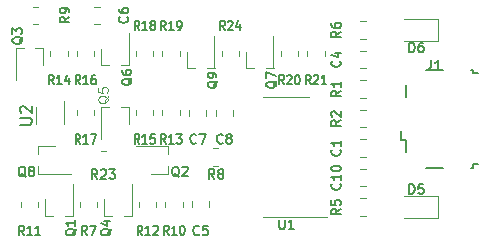
<source format=gbr>
%TF.GenerationSoftware,KiCad,Pcbnew,(6.0.0)*%
%TF.CreationDate,2022-01-21T15:10:21-06:00*%
%TF.ProjectId,minirib-usb,6d696e69-7269-4622-9d75-73622e6b6963,B*%
%TF.SameCoordinates,Original*%
%TF.FileFunction,Legend,Top*%
%TF.FilePolarity,Positive*%
%FSLAX46Y46*%
G04 Gerber Fmt 4.6, Leading zero omitted, Abs format (unit mm)*
G04 Created by KiCad (PCBNEW (6.0.0)) date 2022-01-21 15:10:21*
%MOMM*%
%LPD*%
G01*
G04 APERTURE LIST*
%ADD10C,0.130000*%
%ADD11C,0.125000*%
%ADD12C,0.150000*%
%ADD13C,0.120000*%
G04 APERTURE END LIST*
D10*
%TO.C,C1*%
X161285714Y-103883333D02*
X161323809Y-103921428D01*
X161361904Y-104035714D01*
X161361904Y-104111904D01*
X161323809Y-104226190D01*
X161247619Y-104302380D01*
X161171428Y-104340476D01*
X161019047Y-104378571D01*
X160904761Y-104378571D01*
X160752380Y-104340476D01*
X160676190Y-104302380D01*
X160600000Y-104226190D01*
X160561904Y-104111904D01*
X160561904Y-104035714D01*
X160600000Y-103921428D01*
X160638095Y-103883333D01*
X161361904Y-103121428D02*
X161361904Y-103578571D01*
X161361904Y-103350000D02*
X160561904Y-103350000D01*
X160676190Y-103426190D01*
X160752380Y-103502380D01*
X160790476Y-103578571D01*
%TO.C,C4*%
X161285714Y-96383333D02*
X161323809Y-96421428D01*
X161361904Y-96535714D01*
X161361904Y-96611904D01*
X161323809Y-96726190D01*
X161247619Y-96802380D01*
X161171428Y-96840476D01*
X161019047Y-96878571D01*
X160904761Y-96878571D01*
X160752380Y-96840476D01*
X160676190Y-96802380D01*
X160600000Y-96726190D01*
X160561904Y-96611904D01*
X160561904Y-96535714D01*
X160600000Y-96421428D01*
X160638095Y-96383333D01*
X160828571Y-95697619D02*
X161361904Y-95697619D01*
X160523809Y-95888095D02*
X161095238Y-96078571D01*
X161095238Y-95583333D01*
%TO.C,C5*%
X149366666Y-111035714D02*
X149328571Y-111073809D01*
X149214285Y-111111904D01*
X149138095Y-111111904D01*
X149023809Y-111073809D01*
X148947619Y-110997619D01*
X148909523Y-110921428D01*
X148871428Y-110769047D01*
X148871428Y-110654761D01*
X148909523Y-110502380D01*
X148947619Y-110426190D01*
X149023809Y-110350000D01*
X149138095Y-110311904D01*
X149214285Y-110311904D01*
X149328571Y-110350000D01*
X149366666Y-110388095D01*
X150090476Y-110311904D02*
X149709523Y-110311904D01*
X149671428Y-110692857D01*
X149709523Y-110654761D01*
X149785714Y-110616666D01*
X149976190Y-110616666D01*
X150052380Y-110654761D01*
X150090476Y-110692857D01*
X150128571Y-110769047D01*
X150128571Y-110959523D01*
X150090476Y-111035714D01*
X150052380Y-111073809D01*
X149976190Y-111111904D01*
X149785714Y-111111904D01*
X149709523Y-111073809D01*
X149671428Y-111035714D01*
%TO.C,C6*%
X143285714Y-92633333D02*
X143323809Y-92671428D01*
X143361904Y-92785714D01*
X143361904Y-92861904D01*
X143323809Y-92976190D01*
X143247619Y-93052380D01*
X143171428Y-93090476D01*
X143019047Y-93128571D01*
X142904761Y-93128571D01*
X142752380Y-93090476D01*
X142676190Y-93052380D01*
X142600000Y-92976190D01*
X142561904Y-92861904D01*
X142561904Y-92785714D01*
X142600000Y-92671428D01*
X142638095Y-92633333D01*
X142561904Y-91947619D02*
X142561904Y-92100000D01*
X142600000Y-92176190D01*
X142638095Y-92214285D01*
X142752380Y-92290476D01*
X142904761Y-92328571D01*
X143209523Y-92328571D01*
X143285714Y-92290476D01*
X143323809Y-92252380D01*
X143361904Y-92176190D01*
X143361904Y-92023809D01*
X143323809Y-91947619D01*
X143285714Y-91909523D01*
X143209523Y-91871428D01*
X143019047Y-91871428D01*
X142942857Y-91909523D01*
X142904761Y-91947619D01*
X142866666Y-92023809D01*
X142866666Y-92176190D01*
X142904761Y-92252380D01*
X142942857Y-92290476D01*
X143019047Y-92328571D01*
%TO.C,C7*%
X149116666Y-103285714D02*
X149078571Y-103323809D01*
X148964285Y-103361904D01*
X148888095Y-103361904D01*
X148773809Y-103323809D01*
X148697619Y-103247619D01*
X148659523Y-103171428D01*
X148621428Y-103019047D01*
X148621428Y-102904761D01*
X148659523Y-102752380D01*
X148697619Y-102676190D01*
X148773809Y-102600000D01*
X148888095Y-102561904D01*
X148964285Y-102561904D01*
X149078571Y-102600000D01*
X149116666Y-102638095D01*
X149383333Y-102561904D02*
X149916666Y-102561904D01*
X149573809Y-103361904D01*
%TO.C,C8*%
X151366666Y-103285714D02*
X151328571Y-103323809D01*
X151214285Y-103361904D01*
X151138095Y-103361904D01*
X151023809Y-103323809D01*
X150947619Y-103247619D01*
X150909523Y-103171428D01*
X150871428Y-103019047D01*
X150871428Y-102904761D01*
X150909523Y-102752380D01*
X150947619Y-102676190D01*
X151023809Y-102600000D01*
X151138095Y-102561904D01*
X151214285Y-102561904D01*
X151328571Y-102600000D01*
X151366666Y-102638095D01*
X151823809Y-102904761D02*
X151747619Y-102866666D01*
X151709523Y-102828571D01*
X151671428Y-102752380D01*
X151671428Y-102714285D01*
X151709523Y-102638095D01*
X151747619Y-102600000D01*
X151823809Y-102561904D01*
X151976190Y-102561904D01*
X152052380Y-102600000D01*
X152090476Y-102638095D01*
X152128571Y-102714285D01*
X152128571Y-102752380D01*
X152090476Y-102828571D01*
X152052380Y-102866666D01*
X151976190Y-102904761D01*
X151823809Y-102904761D01*
X151747619Y-102942857D01*
X151709523Y-102980952D01*
X151671428Y-103057142D01*
X151671428Y-103209523D01*
X151709523Y-103285714D01*
X151747619Y-103323809D01*
X151823809Y-103361904D01*
X151976190Y-103361904D01*
X152052380Y-103323809D01*
X152090476Y-103285714D01*
X152128571Y-103209523D01*
X152128571Y-103057142D01*
X152090476Y-102980952D01*
X152052380Y-102942857D01*
X151976190Y-102904761D01*
%TO.C,D5*%
X167159523Y-107611904D02*
X167159523Y-106811904D01*
X167350000Y-106811904D01*
X167464285Y-106850000D01*
X167540476Y-106926190D01*
X167578571Y-107002380D01*
X167616666Y-107154761D01*
X167616666Y-107269047D01*
X167578571Y-107421428D01*
X167540476Y-107497619D01*
X167464285Y-107573809D01*
X167350000Y-107611904D01*
X167159523Y-107611904D01*
X168340476Y-106811904D02*
X167959523Y-106811904D01*
X167921428Y-107192857D01*
X167959523Y-107154761D01*
X168035714Y-107116666D01*
X168226190Y-107116666D01*
X168302380Y-107154761D01*
X168340476Y-107192857D01*
X168378571Y-107269047D01*
X168378571Y-107459523D01*
X168340476Y-107535714D01*
X168302380Y-107573809D01*
X168226190Y-107611904D01*
X168035714Y-107611904D01*
X167959523Y-107573809D01*
X167921428Y-107535714D01*
%TO.C,D6*%
X167159523Y-95611904D02*
X167159523Y-94811904D01*
X167350000Y-94811904D01*
X167464285Y-94850000D01*
X167540476Y-94926190D01*
X167578571Y-95002380D01*
X167616666Y-95154761D01*
X167616666Y-95269047D01*
X167578571Y-95421428D01*
X167540476Y-95497619D01*
X167464285Y-95573809D01*
X167350000Y-95611904D01*
X167159523Y-95611904D01*
X168302380Y-94811904D02*
X168150000Y-94811904D01*
X168073809Y-94850000D01*
X168035714Y-94888095D01*
X167959523Y-95002380D01*
X167921428Y-95154761D01*
X167921428Y-95459523D01*
X167959523Y-95535714D01*
X167997619Y-95573809D01*
X168073809Y-95611904D01*
X168226190Y-95611904D01*
X168302380Y-95573809D01*
X168340476Y-95535714D01*
X168378571Y-95459523D01*
X168378571Y-95269047D01*
X168340476Y-95192857D01*
X168302380Y-95154761D01*
X168226190Y-95116666D01*
X168073809Y-95116666D01*
X167997619Y-95154761D01*
X167959523Y-95192857D01*
X167921428Y-95269047D01*
%TO.C,Q1*%
X138938095Y-110576190D02*
X138900000Y-110652380D01*
X138823809Y-110728571D01*
X138709523Y-110842857D01*
X138671428Y-110919047D01*
X138671428Y-110995238D01*
X138861904Y-110957142D02*
X138823809Y-111033333D01*
X138747619Y-111109523D01*
X138595238Y-111147619D01*
X138328571Y-111147619D01*
X138176190Y-111109523D01*
X138100000Y-111033333D01*
X138061904Y-110957142D01*
X138061904Y-110804761D01*
X138100000Y-110728571D01*
X138176190Y-110652380D01*
X138328571Y-110614285D01*
X138595238Y-110614285D01*
X138747619Y-110652380D01*
X138823809Y-110728571D01*
X138861904Y-110804761D01*
X138861904Y-110957142D01*
X138861904Y-109852380D02*
X138861904Y-110309523D01*
X138861904Y-110080952D02*
X138061904Y-110080952D01*
X138176190Y-110157142D01*
X138252380Y-110233333D01*
X138290476Y-110309523D01*
%TO.C,Q2*%
X147673809Y-106188095D02*
X147597619Y-106150000D01*
X147521428Y-106073809D01*
X147407142Y-105959523D01*
X147330952Y-105921428D01*
X147254761Y-105921428D01*
X147292857Y-106111904D02*
X147216666Y-106073809D01*
X147140476Y-105997619D01*
X147102380Y-105845238D01*
X147102380Y-105578571D01*
X147140476Y-105426190D01*
X147216666Y-105350000D01*
X147292857Y-105311904D01*
X147445238Y-105311904D01*
X147521428Y-105350000D01*
X147597619Y-105426190D01*
X147635714Y-105578571D01*
X147635714Y-105845238D01*
X147597619Y-105997619D01*
X147521428Y-106073809D01*
X147445238Y-106111904D01*
X147292857Y-106111904D01*
X147940476Y-105388095D02*
X147978571Y-105350000D01*
X148054761Y-105311904D01*
X148245238Y-105311904D01*
X148321428Y-105350000D01*
X148359523Y-105388095D01*
X148397619Y-105464285D01*
X148397619Y-105540476D01*
X148359523Y-105654761D01*
X147902380Y-106111904D01*
X148397619Y-106111904D01*
%TO.C,Q3*%
X134438095Y-94326190D02*
X134400000Y-94402380D01*
X134323809Y-94478571D01*
X134209523Y-94592857D01*
X134171428Y-94669047D01*
X134171428Y-94745238D01*
X134361904Y-94707142D02*
X134323809Y-94783333D01*
X134247619Y-94859523D01*
X134095238Y-94897619D01*
X133828571Y-94897619D01*
X133676190Y-94859523D01*
X133600000Y-94783333D01*
X133561904Y-94707142D01*
X133561904Y-94554761D01*
X133600000Y-94478571D01*
X133676190Y-94402380D01*
X133828571Y-94364285D01*
X134095238Y-94364285D01*
X134247619Y-94402380D01*
X134323809Y-94478571D01*
X134361904Y-94554761D01*
X134361904Y-94707142D01*
X133561904Y-94097619D02*
X133561904Y-93602380D01*
X133866666Y-93869047D01*
X133866666Y-93754761D01*
X133904761Y-93678571D01*
X133942857Y-93640476D01*
X134019047Y-93602380D01*
X134209523Y-93602380D01*
X134285714Y-93640476D01*
X134323809Y-93678571D01*
X134361904Y-93754761D01*
X134361904Y-93983333D01*
X134323809Y-94059523D01*
X134285714Y-94097619D01*
%TO.C,Q4*%
X141938095Y-110576190D02*
X141900000Y-110652380D01*
X141823809Y-110728571D01*
X141709523Y-110842857D01*
X141671428Y-110919047D01*
X141671428Y-110995238D01*
X141861904Y-110957142D02*
X141823809Y-111033333D01*
X141747619Y-111109523D01*
X141595238Y-111147619D01*
X141328571Y-111147619D01*
X141176190Y-111109523D01*
X141100000Y-111033333D01*
X141061904Y-110957142D01*
X141061904Y-110804761D01*
X141100000Y-110728571D01*
X141176190Y-110652380D01*
X141328571Y-110614285D01*
X141595238Y-110614285D01*
X141747619Y-110652380D01*
X141823809Y-110728571D01*
X141861904Y-110804761D01*
X141861904Y-110957142D01*
X141328571Y-109928571D02*
X141861904Y-109928571D01*
X141023809Y-110119047D02*
X141595238Y-110309523D01*
X141595238Y-109814285D01*
D11*
%TO.C,Q5*%
X141688095Y-99326190D02*
X141650000Y-99402380D01*
X141573809Y-99478571D01*
X141459523Y-99592857D01*
X141421428Y-99669047D01*
X141421428Y-99745238D01*
X141611904Y-99707142D02*
X141573809Y-99783333D01*
X141497619Y-99859523D01*
X141345238Y-99897619D01*
X141078571Y-99897619D01*
X140926190Y-99859523D01*
X140850000Y-99783333D01*
X140811904Y-99707142D01*
X140811904Y-99554761D01*
X140850000Y-99478571D01*
X140926190Y-99402380D01*
X141078571Y-99364285D01*
X141345238Y-99364285D01*
X141497619Y-99402380D01*
X141573809Y-99478571D01*
X141611904Y-99554761D01*
X141611904Y-99707142D01*
X140811904Y-98640476D02*
X140811904Y-99021428D01*
X141192857Y-99059523D01*
X141154761Y-99021428D01*
X141116666Y-98945238D01*
X141116666Y-98754761D01*
X141154761Y-98678571D01*
X141192857Y-98640476D01*
X141269047Y-98602380D01*
X141459523Y-98602380D01*
X141535714Y-98640476D01*
X141573809Y-98678571D01*
X141611904Y-98754761D01*
X141611904Y-98945238D01*
X141573809Y-99021428D01*
X141535714Y-99059523D01*
D10*
%TO.C,Q6*%
X143633333Y-97826190D02*
X143600000Y-97902380D01*
X143533333Y-97978571D01*
X143433333Y-98092857D01*
X143400000Y-98169047D01*
X143400000Y-98245238D01*
X143566666Y-98207142D02*
X143533333Y-98283333D01*
X143466666Y-98359523D01*
X143333333Y-98397619D01*
X143100000Y-98397619D01*
X142966666Y-98359523D01*
X142900000Y-98283333D01*
X142866666Y-98207142D01*
X142866666Y-98054761D01*
X142900000Y-97978571D01*
X142966666Y-97902380D01*
X143100000Y-97864285D01*
X143333333Y-97864285D01*
X143466666Y-97902380D01*
X143533333Y-97978571D01*
X143566666Y-98054761D01*
X143566666Y-98207142D01*
X142866666Y-97178571D02*
X142866666Y-97330952D01*
X142900000Y-97407142D01*
X142933333Y-97445238D01*
X143033333Y-97521428D01*
X143166666Y-97559523D01*
X143433333Y-97559523D01*
X143500000Y-97521428D01*
X143533333Y-97483333D01*
X143566666Y-97407142D01*
X143566666Y-97254761D01*
X143533333Y-97178571D01*
X143500000Y-97140476D01*
X143433333Y-97102380D01*
X143266666Y-97102380D01*
X143200000Y-97140476D01*
X143166666Y-97178571D01*
X143133333Y-97254761D01*
X143133333Y-97407142D01*
X143166666Y-97483333D01*
X143200000Y-97521428D01*
X143266666Y-97559523D01*
%TO.C,Q7*%
X155938095Y-98076190D02*
X155900000Y-98152380D01*
X155823809Y-98228571D01*
X155709523Y-98342857D01*
X155671428Y-98419047D01*
X155671428Y-98495238D01*
X155861904Y-98457142D02*
X155823809Y-98533333D01*
X155747619Y-98609523D01*
X155595238Y-98647619D01*
X155328571Y-98647619D01*
X155176190Y-98609523D01*
X155100000Y-98533333D01*
X155061904Y-98457142D01*
X155061904Y-98304761D01*
X155100000Y-98228571D01*
X155176190Y-98152380D01*
X155328571Y-98114285D01*
X155595238Y-98114285D01*
X155747619Y-98152380D01*
X155823809Y-98228571D01*
X155861904Y-98304761D01*
X155861904Y-98457142D01*
X155061904Y-97847619D02*
X155061904Y-97314285D01*
X155861904Y-97657142D01*
%TO.C,R1*%
X161361904Y-98883333D02*
X160980952Y-99150000D01*
X161361904Y-99340476D02*
X160561904Y-99340476D01*
X160561904Y-99035714D01*
X160600000Y-98959523D01*
X160638095Y-98921428D01*
X160714285Y-98883333D01*
X160828571Y-98883333D01*
X160904761Y-98921428D01*
X160942857Y-98959523D01*
X160980952Y-99035714D01*
X160980952Y-99340476D01*
X161361904Y-98121428D02*
X161361904Y-98578571D01*
X161361904Y-98350000D02*
X160561904Y-98350000D01*
X160676190Y-98426190D01*
X160752380Y-98502380D01*
X160790476Y-98578571D01*
%TO.C,R2*%
X161361904Y-101383333D02*
X160980952Y-101650000D01*
X161361904Y-101840476D02*
X160561904Y-101840476D01*
X160561904Y-101535714D01*
X160600000Y-101459523D01*
X160638095Y-101421428D01*
X160714285Y-101383333D01*
X160828571Y-101383333D01*
X160904761Y-101421428D01*
X160942857Y-101459523D01*
X160980952Y-101535714D01*
X160980952Y-101840476D01*
X160638095Y-101078571D02*
X160600000Y-101040476D01*
X160561904Y-100964285D01*
X160561904Y-100773809D01*
X160600000Y-100697619D01*
X160638095Y-100659523D01*
X160714285Y-100621428D01*
X160790476Y-100621428D01*
X160904761Y-100659523D01*
X161361904Y-101116666D01*
X161361904Y-100621428D01*
%TO.C,R5*%
X161349404Y-108883333D02*
X160968452Y-109150000D01*
X161349404Y-109340476D02*
X160549404Y-109340476D01*
X160549404Y-109035714D01*
X160587500Y-108959523D01*
X160625595Y-108921428D01*
X160701785Y-108883333D01*
X160816071Y-108883333D01*
X160892261Y-108921428D01*
X160930357Y-108959523D01*
X160968452Y-109035714D01*
X160968452Y-109340476D01*
X160549404Y-108159523D02*
X160549404Y-108540476D01*
X160930357Y-108578571D01*
X160892261Y-108540476D01*
X160854166Y-108464285D01*
X160854166Y-108273809D01*
X160892261Y-108197619D01*
X160930357Y-108159523D01*
X161006547Y-108121428D01*
X161197023Y-108121428D01*
X161273214Y-108159523D01*
X161311309Y-108197619D01*
X161349404Y-108273809D01*
X161349404Y-108464285D01*
X161311309Y-108540476D01*
X161273214Y-108578571D01*
%TO.C,R6*%
X161361904Y-93883333D02*
X160980952Y-94150000D01*
X161361904Y-94340476D02*
X160561904Y-94340476D01*
X160561904Y-94035714D01*
X160600000Y-93959523D01*
X160638095Y-93921428D01*
X160714285Y-93883333D01*
X160828571Y-93883333D01*
X160904761Y-93921428D01*
X160942857Y-93959523D01*
X160980952Y-94035714D01*
X160980952Y-94340476D01*
X160561904Y-93197619D02*
X160561904Y-93350000D01*
X160600000Y-93426190D01*
X160638095Y-93464285D01*
X160752380Y-93540476D01*
X160904761Y-93578571D01*
X161209523Y-93578571D01*
X161285714Y-93540476D01*
X161323809Y-93502380D01*
X161361904Y-93426190D01*
X161361904Y-93273809D01*
X161323809Y-93197619D01*
X161285714Y-93159523D01*
X161209523Y-93121428D01*
X161019047Y-93121428D01*
X160942857Y-93159523D01*
X160904761Y-93197619D01*
X160866666Y-93273809D01*
X160866666Y-93426190D01*
X160904761Y-93502380D01*
X160942857Y-93540476D01*
X161019047Y-93578571D01*
%TO.C,R7*%
X139866666Y-111111904D02*
X139600000Y-110730952D01*
X139409523Y-111111904D02*
X139409523Y-110311904D01*
X139714285Y-110311904D01*
X139790476Y-110350000D01*
X139828571Y-110388095D01*
X139866666Y-110464285D01*
X139866666Y-110578571D01*
X139828571Y-110654761D01*
X139790476Y-110692857D01*
X139714285Y-110730952D01*
X139409523Y-110730952D01*
X140133333Y-110311904D02*
X140666666Y-110311904D01*
X140323809Y-111111904D01*
%TO.C,R8*%
X150666666Y-106361904D02*
X150400000Y-105980952D01*
X150209523Y-106361904D02*
X150209523Y-105561904D01*
X150514285Y-105561904D01*
X150590476Y-105600000D01*
X150628571Y-105638095D01*
X150666666Y-105714285D01*
X150666666Y-105828571D01*
X150628571Y-105904761D01*
X150590476Y-105942857D01*
X150514285Y-105980952D01*
X150209523Y-105980952D01*
X151123809Y-105904761D02*
X151047619Y-105866666D01*
X151009523Y-105828571D01*
X150971428Y-105752380D01*
X150971428Y-105714285D01*
X151009523Y-105638095D01*
X151047619Y-105600000D01*
X151123809Y-105561904D01*
X151276190Y-105561904D01*
X151352380Y-105600000D01*
X151390476Y-105638095D01*
X151428571Y-105714285D01*
X151428571Y-105752380D01*
X151390476Y-105828571D01*
X151352380Y-105866666D01*
X151276190Y-105904761D01*
X151123809Y-105904761D01*
X151047619Y-105942857D01*
X151009523Y-105980952D01*
X150971428Y-106057142D01*
X150971428Y-106209523D01*
X151009523Y-106285714D01*
X151047619Y-106323809D01*
X151123809Y-106361904D01*
X151276190Y-106361904D01*
X151352380Y-106323809D01*
X151390476Y-106285714D01*
X151428571Y-106209523D01*
X151428571Y-106057142D01*
X151390476Y-105980952D01*
X151352380Y-105942857D01*
X151276190Y-105904761D01*
%TO.C,R9*%
X138361904Y-92633333D02*
X137980952Y-92900000D01*
X138361904Y-93090476D02*
X137561904Y-93090476D01*
X137561904Y-92785714D01*
X137600000Y-92709523D01*
X137638095Y-92671428D01*
X137714285Y-92633333D01*
X137828571Y-92633333D01*
X137904761Y-92671428D01*
X137942857Y-92709523D01*
X137980952Y-92785714D01*
X137980952Y-93090476D01*
X138361904Y-92252380D02*
X138361904Y-92100000D01*
X138323809Y-92023809D01*
X138285714Y-91985714D01*
X138171428Y-91909523D01*
X138019047Y-91871428D01*
X137714285Y-91871428D01*
X137638095Y-91909523D01*
X137600000Y-91947619D01*
X137561904Y-92023809D01*
X137561904Y-92176190D01*
X137600000Y-92252380D01*
X137638095Y-92290476D01*
X137714285Y-92328571D01*
X137904761Y-92328571D01*
X137980952Y-92290476D01*
X138019047Y-92252380D01*
X138057142Y-92176190D01*
X138057142Y-92023809D01*
X138019047Y-91947619D01*
X137980952Y-91909523D01*
X137904761Y-91871428D01*
%TO.C,R10*%
X146800000Y-111111904D02*
X146566666Y-110730952D01*
X146400000Y-111111904D02*
X146400000Y-110311904D01*
X146666666Y-110311904D01*
X146733333Y-110350000D01*
X146766666Y-110388095D01*
X146800000Y-110464285D01*
X146800000Y-110578571D01*
X146766666Y-110654761D01*
X146733333Y-110692857D01*
X146666666Y-110730952D01*
X146400000Y-110730952D01*
X147466666Y-111111904D02*
X147066666Y-111111904D01*
X147266666Y-111111904D02*
X147266666Y-110311904D01*
X147200000Y-110426190D01*
X147133333Y-110502380D01*
X147066666Y-110540476D01*
X147900000Y-110311904D02*
X147966666Y-110311904D01*
X148033333Y-110350000D01*
X148066666Y-110388095D01*
X148100000Y-110464285D01*
X148133333Y-110616666D01*
X148133333Y-110807142D01*
X148100000Y-110959523D01*
X148066666Y-111035714D01*
X148033333Y-111073809D01*
X147966666Y-111111904D01*
X147900000Y-111111904D01*
X147833333Y-111073809D01*
X147800000Y-111035714D01*
X147766666Y-110959523D01*
X147733333Y-110807142D01*
X147733333Y-110616666D01*
X147766666Y-110464285D01*
X147800000Y-110388095D01*
X147833333Y-110350000D01*
X147900000Y-110311904D01*
%TO.C,R11*%
X134550000Y-111111904D02*
X134316666Y-110730952D01*
X134150000Y-111111904D02*
X134150000Y-110311904D01*
X134416666Y-110311904D01*
X134483333Y-110350000D01*
X134516666Y-110388095D01*
X134550000Y-110464285D01*
X134550000Y-110578571D01*
X134516666Y-110654761D01*
X134483333Y-110692857D01*
X134416666Y-110730952D01*
X134150000Y-110730952D01*
X135216666Y-111111904D02*
X134816666Y-111111904D01*
X135016666Y-111111904D02*
X135016666Y-110311904D01*
X134950000Y-110426190D01*
X134883333Y-110502380D01*
X134816666Y-110540476D01*
X135883333Y-111111904D02*
X135483333Y-111111904D01*
X135683333Y-111111904D02*
X135683333Y-110311904D01*
X135616666Y-110426190D01*
X135550000Y-110502380D01*
X135483333Y-110540476D01*
%TO.C,R12*%
X144550000Y-111111904D02*
X144316666Y-110730952D01*
X144150000Y-111111904D02*
X144150000Y-110311904D01*
X144416666Y-110311904D01*
X144483333Y-110350000D01*
X144516666Y-110388095D01*
X144550000Y-110464285D01*
X144550000Y-110578571D01*
X144516666Y-110654761D01*
X144483333Y-110692857D01*
X144416666Y-110730952D01*
X144150000Y-110730952D01*
X145216666Y-111111904D02*
X144816666Y-111111904D01*
X145016666Y-111111904D02*
X145016666Y-110311904D01*
X144950000Y-110426190D01*
X144883333Y-110502380D01*
X144816666Y-110540476D01*
X145483333Y-110388095D02*
X145516666Y-110350000D01*
X145583333Y-110311904D01*
X145750000Y-110311904D01*
X145816666Y-110350000D01*
X145850000Y-110388095D01*
X145883333Y-110464285D01*
X145883333Y-110540476D01*
X145850000Y-110654761D01*
X145450000Y-111111904D01*
X145883333Y-111111904D01*
%TO.C,R13*%
X146550000Y-103361904D02*
X146316666Y-102980952D01*
X146150000Y-103361904D02*
X146150000Y-102561904D01*
X146416666Y-102561904D01*
X146483333Y-102600000D01*
X146516666Y-102638095D01*
X146550000Y-102714285D01*
X146550000Y-102828571D01*
X146516666Y-102904761D01*
X146483333Y-102942857D01*
X146416666Y-102980952D01*
X146150000Y-102980952D01*
X147216666Y-103361904D02*
X146816666Y-103361904D01*
X147016666Y-103361904D02*
X147016666Y-102561904D01*
X146950000Y-102676190D01*
X146883333Y-102752380D01*
X146816666Y-102790476D01*
X147450000Y-102561904D02*
X147883333Y-102561904D01*
X147650000Y-102866666D01*
X147750000Y-102866666D01*
X147816666Y-102904761D01*
X147850000Y-102942857D01*
X147883333Y-103019047D01*
X147883333Y-103209523D01*
X147850000Y-103285714D01*
X147816666Y-103323809D01*
X147750000Y-103361904D01*
X147550000Y-103361904D01*
X147483333Y-103323809D01*
X147450000Y-103285714D01*
%TO.C,R14*%
X137050000Y-98361904D02*
X136816666Y-97980952D01*
X136650000Y-98361904D02*
X136650000Y-97561904D01*
X136916666Y-97561904D01*
X136983333Y-97600000D01*
X137016666Y-97638095D01*
X137050000Y-97714285D01*
X137050000Y-97828571D01*
X137016666Y-97904761D01*
X136983333Y-97942857D01*
X136916666Y-97980952D01*
X136650000Y-97980952D01*
X137716666Y-98361904D02*
X137316666Y-98361904D01*
X137516666Y-98361904D02*
X137516666Y-97561904D01*
X137450000Y-97676190D01*
X137383333Y-97752380D01*
X137316666Y-97790476D01*
X138316666Y-97828571D02*
X138316666Y-98361904D01*
X138150000Y-97523809D02*
X137983333Y-98095238D01*
X138416666Y-98095238D01*
%TO.C,R15*%
X144300000Y-103361904D02*
X144066666Y-102980952D01*
X143900000Y-103361904D02*
X143900000Y-102561904D01*
X144166666Y-102561904D01*
X144233333Y-102600000D01*
X144266666Y-102638095D01*
X144300000Y-102714285D01*
X144300000Y-102828571D01*
X144266666Y-102904761D01*
X144233333Y-102942857D01*
X144166666Y-102980952D01*
X143900000Y-102980952D01*
X144966666Y-103361904D02*
X144566666Y-103361904D01*
X144766666Y-103361904D02*
X144766666Y-102561904D01*
X144700000Y-102676190D01*
X144633333Y-102752380D01*
X144566666Y-102790476D01*
X145600000Y-102561904D02*
X145266666Y-102561904D01*
X145233333Y-102942857D01*
X145266666Y-102904761D01*
X145333333Y-102866666D01*
X145500000Y-102866666D01*
X145566666Y-102904761D01*
X145600000Y-102942857D01*
X145633333Y-103019047D01*
X145633333Y-103209523D01*
X145600000Y-103285714D01*
X145566666Y-103323809D01*
X145500000Y-103361904D01*
X145333333Y-103361904D01*
X145266666Y-103323809D01*
X145233333Y-103285714D01*
%TO.C,R16*%
X139300000Y-98361904D02*
X139066666Y-97980952D01*
X138900000Y-98361904D02*
X138900000Y-97561904D01*
X139166666Y-97561904D01*
X139233333Y-97600000D01*
X139266666Y-97638095D01*
X139300000Y-97714285D01*
X139300000Y-97828571D01*
X139266666Y-97904761D01*
X139233333Y-97942857D01*
X139166666Y-97980952D01*
X138900000Y-97980952D01*
X139966666Y-98361904D02*
X139566666Y-98361904D01*
X139766666Y-98361904D02*
X139766666Y-97561904D01*
X139700000Y-97676190D01*
X139633333Y-97752380D01*
X139566666Y-97790476D01*
X140566666Y-97561904D02*
X140433333Y-97561904D01*
X140366666Y-97600000D01*
X140333333Y-97638095D01*
X140266666Y-97752380D01*
X140233333Y-97904761D01*
X140233333Y-98209523D01*
X140266666Y-98285714D01*
X140300000Y-98323809D01*
X140366666Y-98361904D01*
X140500000Y-98361904D01*
X140566666Y-98323809D01*
X140600000Y-98285714D01*
X140633333Y-98209523D01*
X140633333Y-98019047D01*
X140600000Y-97942857D01*
X140566666Y-97904761D01*
X140500000Y-97866666D01*
X140366666Y-97866666D01*
X140300000Y-97904761D01*
X140266666Y-97942857D01*
X140233333Y-98019047D01*
%TO.C,R17*%
X139300000Y-103361904D02*
X139066666Y-102980952D01*
X138900000Y-103361904D02*
X138900000Y-102561904D01*
X139166666Y-102561904D01*
X139233333Y-102600000D01*
X139266666Y-102638095D01*
X139300000Y-102714285D01*
X139300000Y-102828571D01*
X139266666Y-102904761D01*
X139233333Y-102942857D01*
X139166666Y-102980952D01*
X138900000Y-102980952D01*
X139966666Y-103361904D02*
X139566666Y-103361904D01*
X139766666Y-103361904D02*
X139766666Y-102561904D01*
X139700000Y-102676190D01*
X139633333Y-102752380D01*
X139566666Y-102790476D01*
X140200000Y-102561904D02*
X140666666Y-102561904D01*
X140366666Y-103361904D01*
%TO.C,R18*%
X144300000Y-93761904D02*
X144066666Y-93380952D01*
X143900000Y-93761904D02*
X143900000Y-92961904D01*
X144166666Y-92961904D01*
X144233333Y-93000000D01*
X144266666Y-93038095D01*
X144300000Y-93114285D01*
X144300000Y-93228571D01*
X144266666Y-93304761D01*
X144233333Y-93342857D01*
X144166666Y-93380952D01*
X143900000Y-93380952D01*
X144966666Y-93761904D02*
X144566666Y-93761904D01*
X144766666Y-93761904D02*
X144766666Y-92961904D01*
X144700000Y-93076190D01*
X144633333Y-93152380D01*
X144566666Y-93190476D01*
X145366666Y-93304761D02*
X145300000Y-93266666D01*
X145266666Y-93228571D01*
X145233333Y-93152380D01*
X145233333Y-93114285D01*
X145266666Y-93038095D01*
X145300000Y-93000000D01*
X145366666Y-92961904D01*
X145500000Y-92961904D01*
X145566666Y-93000000D01*
X145600000Y-93038095D01*
X145633333Y-93114285D01*
X145633333Y-93152380D01*
X145600000Y-93228571D01*
X145566666Y-93266666D01*
X145500000Y-93304761D01*
X145366666Y-93304761D01*
X145300000Y-93342857D01*
X145266666Y-93380952D01*
X145233333Y-93457142D01*
X145233333Y-93609523D01*
X145266666Y-93685714D01*
X145300000Y-93723809D01*
X145366666Y-93761904D01*
X145500000Y-93761904D01*
X145566666Y-93723809D01*
X145600000Y-93685714D01*
X145633333Y-93609523D01*
X145633333Y-93457142D01*
X145600000Y-93380952D01*
X145566666Y-93342857D01*
X145500000Y-93304761D01*
%TO.C,R19*%
X146550000Y-93761904D02*
X146316666Y-93380952D01*
X146150000Y-93761904D02*
X146150000Y-92961904D01*
X146416666Y-92961904D01*
X146483333Y-93000000D01*
X146516666Y-93038095D01*
X146550000Y-93114285D01*
X146550000Y-93228571D01*
X146516666Y-93304761D01*
X146483333Y-93342857D01*
X146416666Y-93380952D01*
X146150000Y-93380952D01*
X147216666Y-93761904D02*
X146816666Y-93761904D01*
X147016666Y-93761904D02*
X147016666Y-92961904D01*
X146950000Y-93076190D01*
X146883333Y-93152380D01*
X146816666Y-93190476D01*
X147550000Y-93761904D02*
X147683333Y-93761904D01*
X147750000Y-93723809D01*
X147783333Y-93685714D01*
X147850000Y-93571428D01*
X147883333Y-93419047D01*
X147883333Y-93114285D01*
X147850000Y-93038095D01*
X147816666Y-93000000D01*
X147750000Y-92961904D01*
X147616666Y-92961904D01*
X147550000Y-93000000D01*
X147516666Y-93038095D01*
X147483333Y-93114285D01*
X147483333Y-93304761D01*
X147516666Y-93380952D01*
X147550000Y-93419047D01*
X147616666Y-93457142D01*
X147750000Y-93457142D01*
X147816666Y-93419047D01*
X147850000Y-93380952D01*
X147883333Y-93304761D01*
%TO.C,R20*%
X156550000Y-98361904D02*
X156316666Y-97980952D01*
X156150000Y-98361904D02*
X156150000Y-97561904D01*
X156416666Y-97561904D01*
X156483333Y-97600000D01*
X156516666Y-97638095D01*
X156550000Y-97714285D01*
X156550000Y-97828571D01*
X156516666Y-97904761D01*
X156483333Y-97942857D01*
X156416666Y-97980952D01*
X156150000Y-97980952D01*
X156816666Y-97638095D02*
X156850000Y-97600000D01*
X156916666Y-97561904D01*
X157083333Y-97561904D01*
X157150000Y-97600000D01*
X157183333Y-97638095D01*
X157216666Y-97714285D01*
X157216666Y-97790476D01*
X157183333Y-97904761D01*
X156783333Y-98361904D01*
X157216666Y-98361904D01*
X157650000Y-97561904D02*
X157716666Y-97561904D01*
X157783333Y-97600000D01*
X157816666Y-97638095D01*
X157850000Y-97714285D01*
X157883333Y-97866666D01*
X157883333Y-98057142D01*
X157850000Y-98209523D01*
X157816666Y-98285714D01*
X157783333Y-98323809D01*
X157716666Y-98361904D01*
X157650000Y-98361904D01*
X157583333Y-98323809D01*
X157550000Y-98285714D01*
X157516666Y-98209523D01*
X157483333Y-98057142D01*
X157483333Y-97866666D01*
X157516666Y-97714285D01*
X157550000Y-97638095D01*
X157583333Y-97600000D01*
X157650000Y-97561904D01*
%TO.C,R21*%
X158800000Y-98361904D02*
X158566666Y-97980952D01*
X158400000Y-98361904D02*
X158400000Y-97561904D01*
X158666666Y-97561904D01*
X158733333Y-97600000D01*
X158766666Y-97638095D01*
X158800000Y-97714285D01*
X158800000Y-97828571D01*
X158766666Y-97904761D01*
X158733333Y-97942857D01*
X158666666Y-97980952D01*
X158400000Y-97980952D01*
X159066666Y-97638095D02*
X159100000Y-97600000D01*
X159166666Y-97561904D01*
X159333333Y-97561904D01*
X159400000Y-97600000D01*
X159433333Y-97638095D01*
X159466666Y-97714285D01*
X159466666Y-97790476D01*
X159433333Y-97904761D01*
X159033333Y-98361904D01*
X159466666Y-98361904D01*
X160133333Y-98361904D02*
X159733333Y-98361904D01*
X159933333Y-98361904D02*
X159933333Y-97561904D01*
X159866666Y-97676190D01*
X159800000Y-97752380D01*
X159733333Y-97790476D01*
D12*
%TO.C,U2*%
X134202380Y-101761904D02*
X135011904Y-101761904D01*
X135107142Y-101714285D01*
X135154761Y-101666666D01*
X135202380Y-101571428D01*
X135202380Y-101380952D01*
X135154761Y-101285714D01*
X135107142Y-101238095D01*
X135011904Y-101190476D01*
X134202380Y-101190476D01*
X134297619Y-100761904D02*
X134250000Y-100714285D01*
X134202380Y-100619047D01*
X134202380Y-100380952D01*
X134250000Y-100285714D01*
X134297619Y-100238095D01*
X134392857Y-100190476D01*
X134488095Y-100190476D01*
X134630952Y-100238095D01*
X135202380Y-100809523D01*
X135202380Y-100190476D01*
D10*
%TO.C,J1*%
X168983333Y-96311904D02*
X168983333Y-96883333D01*
X168945238Y-96997619D01*
X168869047Y-97073809D01*
X168754761Y-97111904D01*
X168678571Y-97111904D01*
X169783333Y-97111904D02*
X169326190Y-97111904D01*
X169554761Y-97111904D02*
X169554761Y-96311904D01*
X169478571Y-96426190D01*
X169402380Y-96502380D01*
X169326190Y-96540476D01*
%TO.C,Q9*%
X150883333Y-98076190D02*
X150850000Y-98152380D01*
X150783333Y-98228571D01*
X150683333Y-98342857D01*
X150650000Y-98419047D01*
X150650000Y-98495238D01*
X150816666Y-98457142D02*
X150783333Y-98533333D01*
X150716666Y-98609523D01*
X150583333Y-98647619D01*
X150350000Y-98647619D01*
X150216666Y-98609523D01*
X150150000Y-98533333D01*
X150116666Y-98457142D01*
X150116666Y-98304761D01*
X150150000Y-98228571D01*
X150216666Y-98152380D01*
X150350000Y-98114285D01*
X150583333Y-98114285D01*
X150716666Y-98152380D01*
X150783333Y-98228571D01*
X150816666Y-98304761D01*
X150816666Y-98457142D01*
X150816666Y-97733333D02*
X150816666Y-97580952D01*
X150783333Y-97504761D01*
X150750000Y-97466666D01*
X150650000Y-97390476D01*
X150516666Y-97352380D01*
X150250000Y-97352380D01*
X150183333Y-97390476D01*
X150150000Y-97428571D01*
X150116666Y-97504761D01*
X150116666Y-97657142D01*
X150150000Y-97733333D01*
X150183333Y-97771428D01*
X150250000Y-97809523D01*
X150416666Y-97809523D01*
X150483333Y-97771428D01*
X150516666Y-97733333D01*
X150550000Y-97657142D01*
X150550000Y-97504761D01*
X150516666Y-97428571D01*
X150483333Y-97390476D01*
X150416666Y-97352380D01*
%TO.C,R23*%
X140735714Y-106361904D02*
X140469047Y-105980952D01*
X140278571Y-106361904D02*
X140278571Y-105561904D01*
X140583333Y-105561904D01*
X140659523Y-105600000D01*
X140697619Y-105638095D01*
X140735714Y-105714285D01*
X140735714Y-105828571D01*
X140697619Y-105904761D01*
X140659523Y-105942857D01*
X140583333Y-105980952D01*
X140278571Y-105980952D01*
X141040476Y-105638095D02*
X141078571Y-105600000D01*
X141154761Y-105561904D01*
X141345238Y-105561904D01*
X141421428Y-105600000D01*
X141459523Y-105638095D01*
X141497619Y-105714285D01*
X141497619Y-105790476D01*
X141459523Y-105904761D01*
X141002380Y-106361904D01*
X141497619Y-106361904D01*
X141764285Y-105561904D02*
X142259523Y-105561904D01*
X141992857Y-105866666D01*
X142107142Y-105866666D01*
X142183333Y-105904761D01*
X142221428Y-105942857D01*
X142259523Y-106019047D01*
X142259523Y-106209523D01*
X142221428Y-106285714D01*
X142183333Y-106323809D01*
X142107142Y-106361904D01*
X141878571Y-106361904D01*
X141802380Y-106323809D01*
X141764285Y-106285714D01*
%TO.C,R24*%
X151550000Y-93761904D02*
X151316666Y-93380952D01*
X151150000Y-93761904D02*
X151150000Y-92961904D01*
X151416666Y-92961904D01*
X151483333Y-93000000D01*
X151516666Y-93038095D01*
X151550000Y-93114285D01*
X151550000Y-93228571D01*
X151516666Y-93304761D01*
X151483333Y-93342857D01*
X151416666Y-93380952D01*
X151150000Y-93380952D01*
X151816666Y-93038095D02*
X151850000Y-93000000D01*
X151916666Y-92961904D01*
X152083333Y-92961904D01*
X152150000Y-93000000D01*
X152183333Y-93038095D01*
X152216666Y-93114285D01*
X152216666Y-93190476D01*
X152183333Y-93304761D01*
X151783333Y-93761904D01*
X152216666Y-93761904D01*
X152816666Y-93228571D02*
X152816666Y-93761904D01*
X152650000Y-92923809D02*
X152483333Y-93495238D01*
X152916666Y-93495238D01*
%TO.C,C10*%
X161285714Y-106764285D02*
X161323809Y-106802380D01*
X161361904Y-106916666D01*
X161361904Y-106992857D01*
X161323809Y-107107142D01*
X161247619Y-107183333D01*
X161171428Y-107221428D01*
X161019047Y-107259523D01*
X160904761Y-107259523D01*
X160752380Y-107221428D01*
X160676190Y-107183333D01*
X160600000Y-107107142D01*
X160561904Y-106992857D01*
X160561904Y-106916666D01*
X160600000Y-106802380D01*
X160638095Y-106764285D01*
X161361904Y-106002380D02*
X161361904Y-106459523D01*
X161361904Y-106230952D02*
X160561904Y-106230952D01*
X160676190Y-106307142D01*
X160752380Y-106383333D01*
X160790476Y-106459523D01*
X160561904Y-105507142D02*
X160561904Y-105430952D01*
X160600000Y-105354761D01*
X160638095Y-105316666D01*
X160714285Y-105278571D01*
X160866666Y-105240476D01*
X161057142Y-105240476D01*
X161209523Y-105278571D01*
X161285714Y-105316666D01*
X161323809Y-105354761D01*
X161361904Y-105430952D01*
X161361904Y-105507142D01*
X161323809Y-105583333D01*
X161285714Y-105621428D01*
X161209523Y-105659523D01*
X161057142Y-105697619D01*
X160866666Y-105697619D01*
X160714285Y-105659523D01*
X160638095Y-105621428D01*
X160600000Y-105583333D01*
X160561904Y-105507142D01*
%TO.C,Q8*%
X134673809Y-106188095D02*
X134597619Y-106150000D01*
X134521428Y-106073809D01*
X134407142Y-105959523D01*
X134330952Y-105921428D01*
X134254761Y-105921428D01*
X134292857Y-106111904D02*
X134216666Y-106073809D01*
X134140476Y-105997619D01*
X134102380Y-105845238D01*
X134102380Y-105578571D01*
X134140476Y-105426190D01*
X134216666Y-105350000D01*
X134292857Y-105311904D01*
X134445238Y-105311904D01*
X134521428Y-105350000D01*
X134597619Y-105426190D01*
X134635714Y-105578571D01*
X134635714Y-105845238D01*
X134597619Y-105997619D01*
X134521428Y-106073809D01*
X134445238Y-106111904D01*
X134292857Y-106111904D01*
X135092857Y-105654761D02*
X135016666Y-105616666D01*
X134978571Y-105578571D01*
X134940476Y-105502380D01*
X134940476Y-105464285D01*
X134978571Y-105388095D01*
X135016666Y-105350000D01*
X135092857Y-105311904D01*
X135245238Y-105311904D01*
X135321428Y-105350000D01*
X135359523Y-105388095D01*
X135397619Y-105464285D01*
X135397619Y-105502380D01*
X135359523Y-105578571D01*
X135321428Y-105616666D01*
X135245238Y-105654761D01*
X135092857Y-105654761D01*
X135016666Y-105692857D01*
X134978571Y-105730952D01*
X134940476Y-105807142D01*
X134940476Y-105959523D01*
X134978571Y-106035714D01*
X135016666Y-106073809D01*
X135092857Y-106111904D01*
X135245238Y-106111904D01*
X135321428Y-106073809D01*
X135359523Y-106035714D01*
X135397619Y-105959523D01*
X135397619Y-105807142D01*
X135359523Y-105730952D01*
X135321428Y-105692857D01*
X135245238Y-105654761D01*
%TO.C,U1*%
X156140476Y-109811904D02*
X156140476Y-110459523D01*
X156178571Y-110535714D01*
X156216666Y-110573809D01*
X156292857Y-110611904D01*
X156445238Y-110611904D01*
X156521428Y-110573809D01*
X156559523Y-110535714D01*
X156597619Y-110459523D01*
X156597619Y-109811904D01*
X157397619Y-110611904D02*
X156940476Y-110611904D01*
X157169047Y-110611904D02*
X157169047Y-109811904D01*
X157092857Y-109926190D01*
X157016666Y-110002380D01*
X156940476Y-110040476D01*
D13*
%TO.C,C1*%
X162988748Y-103015000D02*
X163511252Y-103015000D01*
X162988748Y-104485000D02*
X163511252Y-104485000D01*
%TO.C,C4*%
X162988748Y-96985000D02*
X163511252Y-96985000D01*
X162988748Y-95515000D02*
X163511252Y-95515000D01*
%TO.C,C5*%
X150235000Y-108238748D02*
X150235000Y-108761252D01*
X148765000Y-108238748D02*
X148765000Y-108761252D01*
%TO.C,C6*%
X140488748Y-91765000D02*
X141011252Y-91765000D01*
X140488748Y-93235000D02*
X141011252Y-93235000D01*
%TO.C,C7*%
X148515000Y-101011252D02*
X148515000Y-100488748D01*
X149985000Y-101011252D02*
X149985000Y-100488748D01*
%TO.C,C8*%
X150765000Y-100488748D02*
X150765000Y-101011252D01*
X152235000Y-100488748D02*
X152235000Y-101011252D01*
%TO.C,D5*%
X166750000Y-109710000D02*
X169610000Y-109710000D01*
X169610000Y-107790000D02*
X166750000Y-107790000D01*
X169610000Y-109710000D02*
X169610000Y-107790000D01*
%TO.C,D6*%
X169610000Y-92790000D02*
X166750000Y-92790000D01*
X166750000Y-94710000D02*
X169610000Y-94710000D01*
X169610000Y-94710000D02*
X169610000Y-92790000D01*
%TO.C,Q1*%
X136340000Y-108075000D02*
X136340000Y-109485000D01*
X138660000Y-109485000D02*
X138660000Y-106750000D01*
X137000000Y-109485000D02*
X136340000Y-109485000D01*
X138670000Y-109485000D02*
X138000000Y-109485000D01*
%TO.C,Q2*%
X146735000Y-103590000D02*
X144000000Y-103590000D01*
X145325000Y-105910000D02*
X146735000Y-105910000D01*
X146735000Y-105250000D02*
X146735000Y-105910000D01*
X146735000Y-103580000D02*
X146735000Y-104250000D01*
%TO.C,Q3*%
X133830000Y-95265000D02*
X134500000Y-95265000D01*
X136160000Y-96675000D02*
X136160000Y-95265000D01*
X135500000Y-95265000D02*
X136160000Y-95265000D01*
X133840000Y-95265000D02*
X133840000Y-98000000D01*
%TO.C,Q4*%
X143670000Y-109485000D02*
X143000000Y-109485000D01*
X143660000Y-109485000D02*
X143660000Y-106750000D01*
X141340000Y-108075000D02*
X141340000Y-109485000D01*
X142000000Y-109485000D02*
X141340000Y-109485000D01*
%TO.C,Q5*%
X141090000Y-100265000D02*
X141090000Y-103000000D01*
X141080000Y-100265000D02*
X141750000Y-100265000D01*
X143410000Y-101675000D02*
X143410000Y-100265000D01*
X142750000Y-100265000D02*
X143410000Y-100265000D01*
%TO.C,Q6*%
X141750000Y-96735000D02*
X141090000Y-96735000D01*
X141090000Y-95325000D02*
X141090000Y-96735000D01*
X143420000Y-96735000D02*
X142750000Y-96735000D01*
X143410000Y-96735000D02*
X143410000Y-94000000D01*
%TO.C,Q7*%
X155670000Y-96985000D02*
X155000000Y-96985000D01*
X155660000Y-96985000D02*
X155660000Y-94250000D01*
X153340000Y-95575000D02*
X153340000Y-96985000D01*
X154000000Y-96985000D02*
X153340000Y-96985000D01*
%TO.C,R1*%
X163022936Y-99485000D02*
X163477064Y-99485000D01*
X163022936Y-98015000D02*
X163477064Y-98015000D01*
%TO.C,R2*%
X163477064Y-100515000D02*
X163022936Y-100515000D01*
X163477064Y-101985000D02*
X163022936Y-101985000D01*
%TO.C,R5*%
X163022936Y-109485000D02*
X163477064Y-109485000D01*
X163022936Y-108015000D02*
X163477064Y-108015000D01*
%TO.C,R6*%
X163477064Y-94485000D02*
X163022936Y-94485000D01*
X163477064Y-93015000D02*
X163022936Y-93015000D01*
%TO.C,R7*%
X139265000Y-108272936D02*
X139265000Y-108727064D01*
X140735000Y-108272936D02*
X140735000Y-108727064D01*
%TO.C,R8*%
X150977064Y-103765000D02*
X150522936Y-103765000D01*
X150977064Y-105235000D02*
X150522936Y-105235000D01*
%TO.C,R9*%
X135272936Y-93235000D02*
X135727064Y-93235000D01*
X135272936Y-91765000D02*
X135727064Y-91765000D01*
%TO.C,R10*%
X147985000Y-108272936D02*
X147985000Y-108727064D01*
X146515000Y-108272936D02*
X146515000Y-108727064D01*
%TO.C,R11*%
X134265000Y-108727064D02*
X134265000Y-108272936D01*
X135735000Y-108727064D02*
X135735000Y-108272936D01*
%TO.C,R12*%
X144265000Y-108727064D02*
X144265000Y-108272936D01*
X145735000Y-108727064D02*
X145735000Y-108272936D01*
%TO.C,R13*%
X146265000Y-100522936D02*
X146265000Y-100977064D01*
X147735000Y-100522936D02*
X147735000Y-100977064D01*
%TO.C,R14*%
X136765000Y-95977064D02*
X136765000Y-95522936D01*
X138235000Y-95977064D02*
X138235000Y-95522936D01*
%TO.C,R15*%
X144015000Y-100522936D02*
X144015000Y-100977064D01*
X145485000Y-100522936D02*
X145485000Y-100977064D01*
%TO.C,R16*%
X140485000Y-95522936D02*
X140485000Y-95977064D01*
X139015000Y-95522936D02*
X139015000Y-95977064D01*
%TO.C,R17*%
X139015000Y-100977064D02*
X139015000Y-100522936D01*
X140485000Y-100977064D02*
X140485000Y-100522936D01*
%TO.C,R18*%
X145485000Y-95522936D02*
X145485000Y-95977064D01*
X144015000Y-95522936D02*
X144015000Y-95977064D01*
%TO.C,R19*%
X147735000Y-95977064D02*
X147735000Y-95522936D01*
X146265000Y-95977064D02*
X146265000Y-95522936D01*
%TO.C,R20*%
X157735000Y-95522936D02*
X157735000Y-95977064D01*
X156265000Y-95522936D02*
X156265000Y-95977064D01*
%TO.C,R21*%
X159985000Y-95522936D02*
X159985000Y-95977064D01*
X158515000Y-95522936D02*
X158515000Y-95977064D01*
%TO.C,U2*%
X137910000Y-101700000D02*
X137910000Y-99800000D01*
X135590000Y-100300000D02*
X135590000Y-101700000D01*
D12*
%TO.C,J1*%
X172400000Y-105400000D02*
X172550000Y-105400000D01*
X172550000Y-97100000D02*
X172400000Y-97100000D01*
X166850000Y-103050000D02*
X166850000Y-104050000D01*
X166425000Y-103050000D02*
X166850000Y-103050000D01*
X172550000Y-105100000D02*
X173000000Y-105100000D01*
X168600000Y-105400000D02*
X170000000Y-105400000D01*
X170000000Y-97100000D02*
X168600000Y-97100000D01*
X173000000Y-97400000D02*
X172550000Y-97400000D01*
X166425000Y-102325000D02*
X166425000Y-103050000D01*
X172550000Y-97400000D02*
X172550000Y-97100000D01*
X172550000Y-105400000D02*
X172550000Y-105100000D01*
X166850000Y-99450000D02*
X166850000Y-98450000D01*
D13*
%TO.C,Q9*%
X149000000Y-96985000D02*
X148340000Y-96985000D01*
X150660000Y-96985000D02*
X150660000Y-94250000D01*
X148340000Y-95575000D02*
X148340000Y-96985000D01*
X150670000Y-96985000D02*
X150000000Y-96985000D01*
%TO.C,R23*%
X141022936Y-105485000D02*
X141477064Y-105485000D01*
X141022936Y-104015000D02*
X141477064Y-104015000D01*
%TO.C,R24*%
X151265000Y-95522936D02*
X151265000Y-95977064D01*
X152735000Y-95522936D02*
X152735000Y-95977064D01*
%TO.C,C10*%
X162988748Y-106985000D02*
X163511252Y-106985000D01*
X162988748Y-105515000D02*
X163511252Y-105515000D01*
%TO.C,Q8*%
X135765000Y-104250000D02*
X135765000Y-103590000D01*
X135765000Y-105920000D02*
X135765000Y-105250000D01*
X135765000Y-105910000D02*
X138500000Y-105910000D01*
X137175000Y-103590000D02*
X135765000Y-103590000D01*
%TO.C,U1*%
X156750000Y-109560000D02*
X160200000Y-109560000D01*
X156750000Y-109560000D02*
X154800000Y-109560000D01*
X156750000Y-99440000D02*
X158700000Y-99440000D01*
X156750000Y-99440000D02*
X154800000Y-99440000D01*
%TD*%
M02*

</source>
